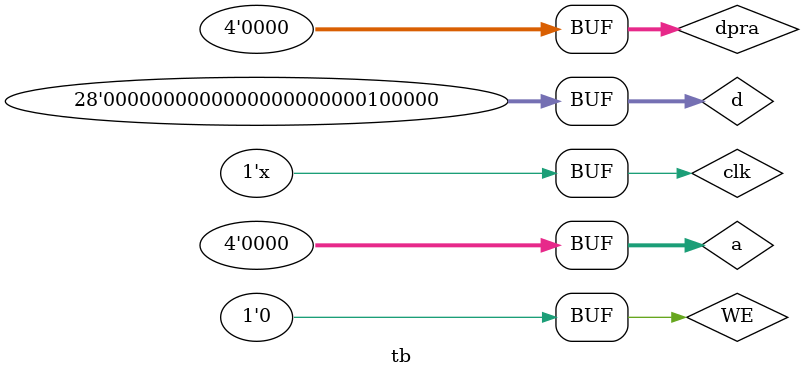
<source format=sv>
`timescale  1 ns / 1 ns
module tb();

logic clk, WE;
logic [3:0]dpra;
logic [27:0]d;
logic [3:0]a;
logic [27:0]dpo;
logic [1:0]NLW_ram_reg_0_15_0_5_DOD_UNCONNECTED;



/*FDSE #(
    .INIT(1'b1)) 
    empty_fwft_i_reg
       (.C(clk),
        .CE(1'b1),
        .D(empty_fwft_i),
        .Q(empty_fwft_i),
        .S(srst));*/

RAM32M #(
    .INIT_A(64'h0000000000000000),
    .INIT_B(64'h0000000000000000),
    .INIT_C(64'h0000000000000000),
    .INIT_D(64'h0000000000000000)) 
    ram_reg_0_15_0_5
       (.ADDRA({1'b0,dpra}),
        .ADDRB({1'b0,dpra}),
        .ADDRC({1'b0,dpra}),
        .ADDRD({1'b0,a}),
        .DIA(d[1:0]),
        .DIB(d[3:2]),
        .DIC(d[5:4]),
        .DID({1'b0,1'b0}),
        .DOA(dpo[1:0]),
        .DOB(dpo[3:2]),
        .DOC(dpo[5:4]),
        .DOD(NLW_ram_reg_0_15_0_5_DOD_UNCONNECTED[1:0]),
        .WCLK(clk),
        .WE(WE));

initial begin
  //$dumpfile("fifo.vcd");
  //$dumpvars();
  clk = 0;
  WE  = 0;
  #110
  a = 0;
  d = 32;
  dpra = 15;
  WE  = 1;
  #20 dpra = 0;
  WE = 0;
end

always #10 clk  = ~clk;

endmodule

</source>
